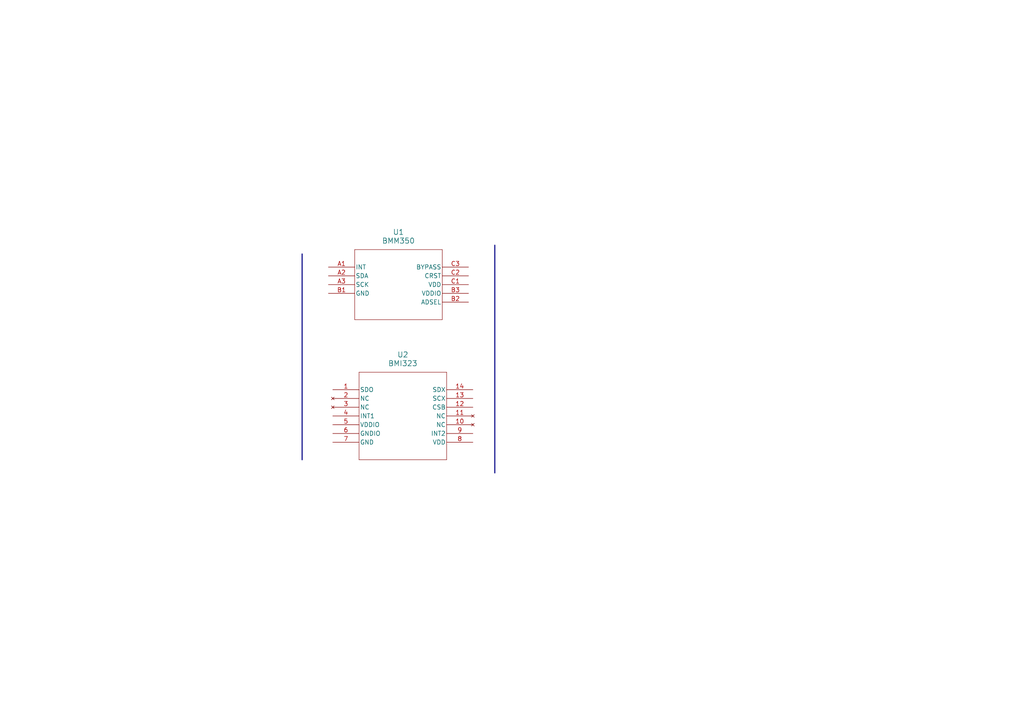
<source format=kicad_sch>
(kicad_sch (version 20250114) (generator "eeschema") (generator_version "9.0")
  (paper "A4")
  (lib_symbols
    (symbol "New_Library_0:BMI323" (pin_names (offset 0.254))
      (property "Reference" "U" (at 20.32 10.16 0))
      (property "Value" "BMI323" (at 20.32 7.62 0))
      (symbol "BMI323_0_1"
        (polyline (pts (xy 7.62 5.08) (xy 7.62 -20.32)) (stroke (width 0.127)))
        (polyline (pts (xy 7.62 -20.32) (xy 33.02 -20.32)) (stroke (width 0.127)))
        (polyline (pts (xy 33.02 5.08) (xy 7.62 5.08)) (stroke (width 0.127)))
        (polyline (pts (xy 33.02 -20.32) (xy 33.02 5.08)) (stroke (width 0.127)))
        (pin bidirectional line (at 0 0 0) (length 7.62) (name "SDO") (number "1"))
        (pin no_connect line (at 0 -2.54 0) (length 7.62) (name "NC") (number "2"))
        (pin no_connect line (at 0 -5.08 0) (length 7.62) (name "NC") (number "3"))
        (pin bidirectional line (at 0 -7.62 0) (length 7.62) (name "INT1") (number "4"))
        (pin power_in line (at 0 -10.16 0) (length 7.62) (name "VDDIO") (number "5"))
        (pin power_out line (at 0 -12.7 0) (length 7.62) (name "GNDIO") (number "6"))
        (pin power_out line (at 0 -15.24 0) (length 7.62) (name "GND") (number "7"))
        (pin bidirectional line (at 40.64 0 180) (length 7.62) (name "SDX") (number "14"))
        (pin input line (at 40.64 -2.54 180) (length 7.62) (name "SCX") (number "13"))
        (pin input line (at 40.64 -5.08 180) (length 7.62) (name "CSB") (number "12"))
        (pin no_connect line (at 40.64 -7.62 180) (length 7.62) (name "NC") (number "11"))
        (pin no_connect line (at 40.64 -10.16 180) (length 7.62) (name "NC") (number "10"))
        (pin bidirectional line (at 40.64 -12.7 180) (length 7.62) (name "INT2") (number "9"))
        (pin power_in line (at 40.64 -15.24 180) (length 7.62) (name "VDD") (number "8"))
      )
    )
    (symbol "New_Library_0:BMM350" (pin_names (offset 0.254))
      (property "Reference" "U" (at 20.32 10.16 0))
      (property "Value" "BMM350" (at 20.32 7.62 0))
      (symbol "BMM350_0_1"
        (polyline (pts (xy 7.62 5.08) (xy 7.62 -15.24)) (stroke (width 0.127)))
        (polyline (pts (xy 7.62 -15.24) (xy 33.02 -15.24)) (stroke (width 0.127)))
        (polyline (pts (xy 33.02 5.08) (xy 7.62 5.08)) (stroke (width 0.127)))
        (polyline (pts (xy 33.02 -15.24) (xy 33.02 5.08)) (stroke (width 0.127)))
        (pin input line (at 0 0 0) (length 7.62) (name "INT") (number "A1"))
        (pin unspecified line (at 0 -2.54 0) (length 7.62) (name "SDA") (number "A2"))
        (pin unspecified line (at 0 -5.08 0) (length 7.62) (name "SCK") (number "A3"))
        (pin power_out line (at 0 -7.62 0) (length 7.62) (name "GND") (number "B1"))
        (pin power_out line (at 40.64 0 180) (length 7.62) (name "BYPASS") (number "C3"))
        (pin unspecified line (at 40.64 -2.54 180) (length 7.62) (name "CRST") (number "C2"))
        (pin power_in line (at 40.64 -5.08 180) (length 7.62) (name "VDD") (number "C1"))
        (pin power_in line (at 40.64 -7.62 180) (length 7.62) (name "VDDIO") (number "B3"))
        (pin unspecified line (at 40.64 -10.16 180) (length 7.62) (name "ADSEL") (number "B2"))
      )
    )
  )
  (bus (pts (xy 143.51 71.12) (xy 143.51 137.16)))
  (bus (pts (xy 87.63 73.66) (xy 87.63 133.35)))
  (symbol (lib_id "New_Library_0:BMI323") (at 96.52 113.03 0) (unit 1)
    (property "Reference" "U2" (at 116.84 102.87 0) (effects (font (size 1.524 1.524))))
    (property "Value" "BMI323" (at 116.84 105.41 0) (effects (font (size 1.524 1.524))))
    (property "Footprint" "BMI323_BOS" (effects (hide yes)))
    (property "Datasheet" "BMI323" (effects (hide yes)))
  )
  (symbol (lib_id "New_Library_0:BMM350") (at 95.25 77.47 0) (unit 1)
    (property "Reference" "U1" (at 115.57 67.31 0) (effects (font (size 1.524 1.524))))
    (property "Value" "BMM350" (at 115.57 69.85 0) (effects (font (size 1.524 1.524))))
    (property "Footprint" "BGA9_BMM350_BOS" (effects (hide yes)))
    (property "Datasheet" "BMM350" (effects (hide yes)))
  )
)
</source>
